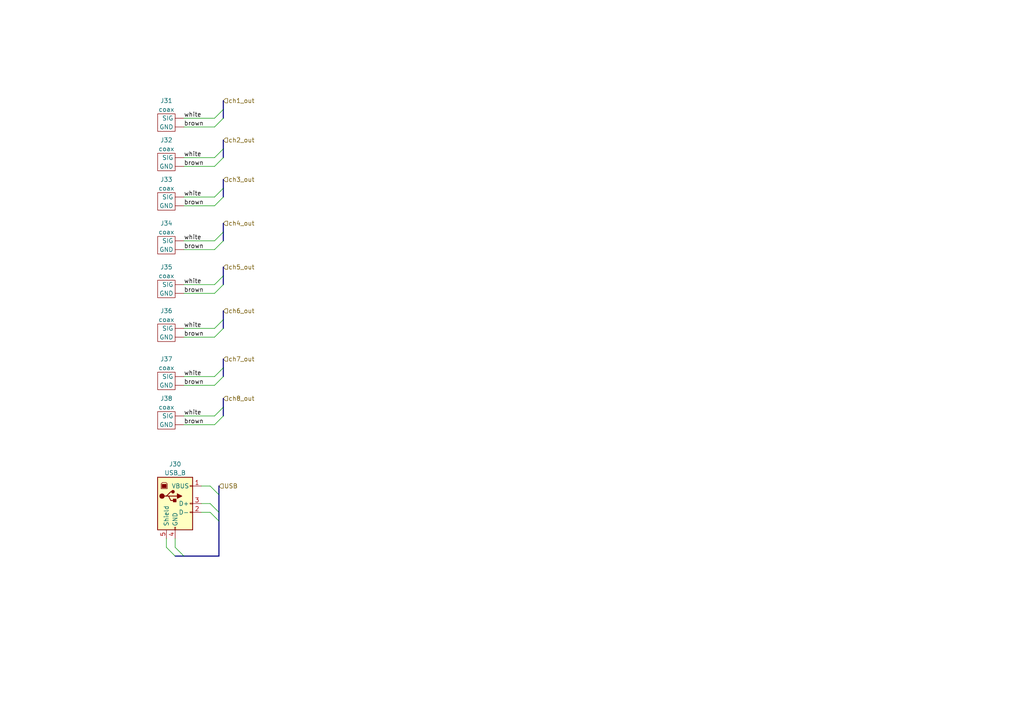
<source format=kicad_sch>
(kicad_sch (version 20231120) (generator "eeschema") (generator_version "8.0")
  (paper "A4")
  (title_block (title "Piezo amp box") (date "2024-01-10") (company "SBC") (comment 1 "Zhiheng Sheng"))
  (lib_symbols
    (symbol "Connector:USB_B" (pin_names (offset 1.016))
      (property "Reference" "J" (at -5.08 11.43 0))
      (property "Value" "USB_B" (at -5.08 8.89 0))
      (symbol "USB_B_0_1"
        (rectangle (start -5.08 -7.62) (end 5.08 7.62) (stroke (width 0.254)) (fill (type background)))
        (circle (center -3.81 2.159) (radius 0.635) (stroke (width 0.254)) (fill (type outline)))
        (rectangle (start -3.81 5.588) (end -2.54 4.572) (fill (type outline)))
        (circle (center -0.635 3.429) (radius 0.381) (stroke (width 0.254)) (fill (type outline)))
        (rectangle (start -0.127 -7.62) (end 0.127 -6.858))
        (polyline (pts (xy -1.905 2.159) (xy 0.635 2.159)) (stroke (width 0.254)))
        (polyline (pts (xy -3.175 2.159) (xy -2.54 2.159) (xy -1.27 3.429) (xy -0.635 3.429)) (stroke (width 0.254)))
        (polyline (pts (xy -2.54 2.159) (xy -1.905 2.159) (xy -1.27 0.889) (xy 0 0.889)) (stroke (width 0.254)))
        (polyline (pts (xy 0.635 2.794) (xy 0.635 1.524) (xy 1.905 2.159) (xy 0.635 2.794)) (stroke (width 0.254)) (fill (type outline)))
        (polyline (pts (xy -4.064 4.318) (xy -2.286 4.318) (xy -2.286 5.715) (xy -2.667 6.096) (xy -3.683 6.096) (xy -4.064 5.715) (xy -4.064 4.318)))
        (rectangle (start 0.254 1.27) (end -0.508 0.508) (stroke (width 0.254)) (fill (type outline)))
        (rectangle (start 5.08 -2.667) (end 4.318 -2.413))
        (rectangle (start 5.08 -0.127) (end 4.318 0.127))
        (rectangle (start 5.08 4.953) (end 4.318 5.207))
      )
      (symbol "USB_B_1_1"
        (pin power_out line (at 7.62 5.08 180) (length 2.54) (name "VBUS") (number "1"))
        (pin bidirectional line (at 7.62 -2.54 180) (length 2.54) (name "D-") (number "2"))
        (pin bidirectional line (at 7.62 0 180) (length 2.54) (name "D+") (number "3"))
        (pin power_out line (at 0 -10.16 90) (length 2.54) (name "GND") (number "4"))
        (pin passive line (at -2.54 -10.16 90) (length 2.54) (name "Shield") (number "5"))
      )
    )
    (symbol "led_driver:coax"
      (property "Reference" "J" (at 0 3.81 0))
      (property "Value" "coax" (at 0 -3.81 0))
      (symbol "coax_0_1"
        (rectangle (start -2.54 2.54) (end 2.54 -2.54))
      )
      (symbol "coax_1_1"
        (pin input line (at 5.08 -1.27 180) (length 2.54) (name "GND") (number ""))
        (pin input line (at 5.08 1.27 180) (length 2.54) (name "SIG") (number ""))
      )
    )
  )
  (bus_entry (at 62.23 36.83) (size 2.54 -2.54))
  (bus_entry (at 60.96 146.05) (size 2.54 2.54))
  (bus_entry (at 62.23 72.39) (size 2.54 -2.54))
  (bus_entry (at 48.26 158.75) (size 2.54 2.54))
  (bus_entry (at 62.23 85.09) (size 2.54 -2.54))
  (bus_entry (at 62.23 82.55) (size 2.54 -2.54))
  (bus_entry (at 50.8 158.75) (size 2.54 2.54))
  (bus_entry (at 62.23 57.15) (size 2.54 -2.54))
  (bus_entry (at 62.23 109.22) (size 2.54 -2.54))
  (bus_entry (at 62.23 123.19) (size 2.54 -2.54))
  (bus_entry (at 62.23 95.25) (size 2.54 -2.54))
  (bus_entry (at 62.23 34.29) (size 2.54 -2.54))
  (bus_entry (at 62.23 97.79) (size 2.54 -2.54))
  (bus_entry (at 60.96 140.97) (size 2.54 2.54))
  (bus_entry (at 62.23 45.72) (size 2.54 -2.54))
  (bus_entry (at 60.96 148.59) (size 2.54 2.54))
  (bus_entry (at 62.23 111.76) (size 2.54 -2.54))
  (bus_entry (at 62.23 59.69) (size 2.54 -2.54))
  (bus_entry (at 62.23 48.26) (size 2.54 -2.54))
  (bus_entry (at 62.23 120.65) (size 2.54 -2.54))
  (bus_entry (at 62.23 69.85) (size 2.54 -2.54))
  (bus (pts (xy 64.77 104.14) (xy 64.77 106.68)))
  (wire (pts (xy 53.34 111.76) (xy 62.23 111.76)))
  (bus (pts (xy 64.77 52.07) (xy 64.77 54.61)))
  (bus (pts (xy 64.77 31.75) (xy 64.77 34.29)))
  (bus (pts (xy 64.77 92.71) (xy 64.77 95.25)))
  (wire (pts (xy 50.8 156.21) (xy 50.8 158.75)))
  (wire (pts (xy 53.34 95.25) (xy 62.23 95.25)))
  (wire (pts (xy 53.34 45.72) (xy 62.23 45.72)))
  (wire (pts (xy 53.34 82.55) (xy 62.23 82.55)))
  (bus (pts (xy 64.77 43.18) (xy 64.77 45.72)))
  (bus (pts (xy 63.5 151.13) (xy 63.5 161.29)))
  (bus (pts (xy 64.77 80.01) (xy 64.77 82.55)))
  (bus (pts (xy 64.77 64.77) (xy 64.77 67.31)))
  (bus (pts (xy 63.5 143.51) (xy 63.5 148.59)))
  (bus (pts (xy 63.5 140.97) (xy 63.5 143.51)))
  (bus (pts (xy 64.77 29.21) (xy 64.77 31.75)))
  (bus (pts (xy 64.77 90.17) (xy 64.77 92.71)))
  (wire (pts (xy 58.42 146.05) (xy 60.96 146.05)))
  (wire (pts (xy 53.34 123.19) (xy 62.23 123.19)))
  (bus (pts (xy 53.34 161.29) (xy 63.5 161.29)))
  (bus (pts (xy 64.77 77.47) (xy 64.77 80.01)))
  (bus (pts (xy 64.77 40.64) (xy 64.77 43.18)))
  (wire (pts (xy 53.34 59.69) (xy 62.23 59.69)))
  (wire (pts (xy 53.34 48.26) (xy 62.23 48.26)))
  (wire (pts (xy 53.34 72.39) (xy 62.23 72.39)))
  (bus (pts (xy 64.77 67.31) (xy 64.77 69.85)))
  (wire (pts (xy 53.34 36.83) (xy 62.23 36.83)))
  (wire (pts (xy 53.34 85.09) (xy 62.23 85.09)))
  (wire (pts (xy 58.42 140.97) (xy 60.96 140.97)))
  (bus (pts (xy 63.5 148.59) (xy 63.5 151.13)))
  (wire (pts (xy 58.42 148.59) (xy 60.96 148.59)))
  (bus (pts (xy 64.77 115.57) (xy 64.77 118.11)))
  (wire (pts (xy 53.34 34.29) (xy 62.23 34.29)))
  (wire (pts (xy 53.34 57.15) (xy 62.23 57.15)))
  (bus (pts (xy 64.77 106.68) (xy 64.77 109.22)))
  (bus (pts (xy 64.77 54.61) (xy 64.77 57.15)))
  (wire (pts (xy 53.34 69.85) (xy 62.23 69.85)))
  (wire (pts (xy 53.34 109.22) (xy 62.23 109.22)))
  (bus (pts (xy 50.8 161.29) (xy 53.34 161.29)))
  (wire (pts (xy 48.26 156.21) (xy 48.26 158.75)))
  (wire (pts (xy 53.34 97.79) (xy 62.23 97.79)))
  (bus (pts (xy 64.77 118.11) (xy 64.77 120.65)))
  (wire (pts (xy 53.34 120.65) (xy 62.23 120.65)))
  (label "brown" (at 53.34 85.09 0))
  (label "white" (at 53.34 57.15 0))
  (label "brown" (at 53.34 72.39 0))
  (label "white" (at 53.34 120.65 0))
  (label "white" (at 53.34 45.72 0))
  (label "white" (at 53.34 82.55 0))
  (label "brown" (at 53.34 48.26 0))
  (label "brown" (at 53.34 36.83 0))
  (label "white" (at 53.34 109.22 0))
  (label "white" (at 53.34 95.25 0))
  (label "white" (at 53.34 34.29 0))
  (label "brown" (at 53.34 97.79 0))
  (label "brown" (at 53.34 123.19 0))
  (label "brown" (at 53.34 59.69 0))
  (label "brown" (at 53.34 111.76 0))
  (label "white" (at 53.34 69.85 0))
  (hierarchical_label "ch7_out" (shape input) (at 64.77 104.14 0))
  (hierarchical_label "ch8_out" (shape input) (at 64.77 115.57 0))
  (hierarchical_label "ch2_out" (shape input) (at 64.77 40.64 0))
  (hierarchical_label "ch4_out" (shape input) (at 64.77 64.77 0))
  (hierarchical_label "USB" (shape input) (at 63.5 140.97 0))
  (hierarchical_label "ch5_out" (shape input) (at 64.77 77.47 0))
  (hierarchical_label "ch3_out" (shape input) (at 64.77 52.07 0))
  (hierarchical_label "ch6_out" (shape input) (at 64.77 90.17 0))
  (hierarchical_label "ch1_out" (shape input) (at 64.77 29.21 0))
  (symbol (lib_id "led_driver:coax") (at 48.26 110.49 0) (unit 1)
    (property "Reference" "J37" (at 48.26 104.14 0))
    (property "Value" "coax" (at 48.26 106.68 0))
  )
  (symbol (lib_id "led_driver:coax") (at 48.26 96.52 0) (unit 1)
    (property "Reference" "J36" (at 48.26 90.17 0))
    (property "Value" "coax" (at 48.26 92.71 0))
  )
  (symbol (lib_id "Connector:USB_B") (at 50.8 146.05 0) (unit 1)
    (property "Reference" "J30" (at 50.8 134.62 0))
    (property "Value" "USB_B" (at 50.8 137.16 0))
    (property "Datasheet" " ~" (effects (hide yes)))
  )
  (symbol (lib_id "led_driver:coax") (at 48.26 35.56 0) (unit 1)
    (property "Reference" "J31" (at 48.26 29.21 0))
    (property "Value" "coax" (at 48.26 31.75 0))
  )
  (symbol (lib_id "led_driver:coax") (at 48.26 83.82 0) (unit 1)
    (property "Reference" "J35" (at 48.26 77.47 0))
    (property "Value" "coax" (at 48.26 80.01 0))
  )
  (symbol (lib_id "led_driver:coax") (at 48.26 121.92 0) (unit 1)
    (property "Reference" "J38" (at 48.26 115.57 0))
    (property "Value" "coax" (at 48.26 118.11 0))
  )
  (symbol (lib_id "led_driver:coax") (at 48.26 71.12 0) (unit 1)
    (property "Reference" "J34" (at 48.26 64.77 0))
    (property "Value" "coax" (at 48.26 67.31 0))
  )
  (symbol (lib_id "led_driver:coax") (at 48.26 58.42 0) (unit 1)
    (property "Reference" "J33" (at 48.26 52.07 0))
    (property "Value" "coax" (at 48.26 54.61 0))
  )
  (symbol (lib_id "led_driver:coax") (at 48.26 46.99 0) (unit 1)
    (property "Reference" "J32" (at 48.26 40.64 0))
    (property "Value" "coax" (at 48.26 43.18 0))
  )
)
</source>
